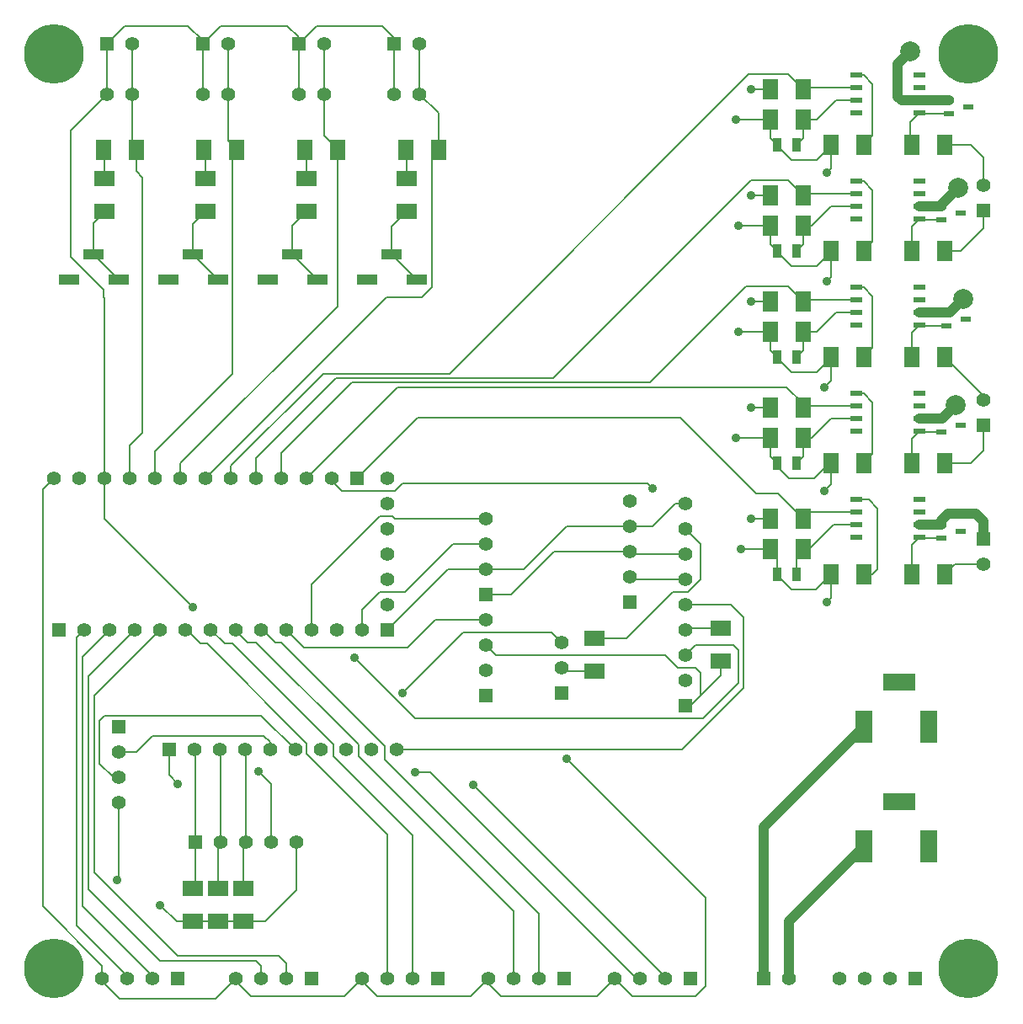
<source format=gtl>
G04 #@! TF.FileFunction,Copper,L1,Top,Signal*
%FSLAX46Y46*%
G04 Gerber Fmt 4.6, Leading zero omitted, Abs format (unit mm)*
G04 Created by KiCad (PCBNEW 4.0.6) date 04/09/17 13:57:38*
%MOMM*%
%LPD*%
G01*
G04 APERTURE LIST*
%ADD10C,0.150000*%
%ADD11R,1.397000X1.397000*%
%ADD12C,1.397000*%
%ADD13R,1.524000X2.032000*%
%ADD14R,2.032000X1.524000*%
%ADD15R,0.889000X1.397000*%
%ADD16R,1.143000X0.508000*%
%ADD17R,1.000760X0.599440*%
%ADD18C,5.999480*%
%ADD19R,1.800000X3.200000*%
%ADD20R,3.200000X1.800000*%
%ADD21R,2.000000X1.000000*%
%ADD22C,0.889000*%
%ADD23C,1.998980*%
%ADD24C,0.203200*%
%ADD25C,1.000760*%
G04 APERTURE END LIST*
D10*
D11*
X160020000Y-57150000D03*
D12*
X160020000Y-54610000D03*
D13*
X138557000Y-55626000D03*
X141859000Y-55626000D03*
X138557000Y-44958000D03*
X141859000Y-44958000D03*
X141859000Y-91186000D03*
X138557000Y-91186000D03*
X141859000Y-80010000D03*
X138557000Y-80010000D03*
X141859000Y-69342000D03*
X138557000Y-69342000D03*
X141859000Y-58674000D03*
X138557000Y-58674000D03*
X141859000Y-48006000D03*
X138557000Y-48006000D03*
X156083000Y-93726000D03*
X152781000Y-93726000D03*
X156083000Y-82550000D03*
X152781000Y-82550000D03*
X156083000Y-71882000D03*
X152781000Y-71882000D03*
X156083000Y-61214000D03*
X152781000Y-61214000D03*
X156083000Y-50546000D03*
X152781000Y-50546000D03*
D14*
X81756000Y-53975000D03*
X81756000Y-57277000D03*
D13*
X84931000Y-51054000D03*
X81629000Y-51054000D03*
D14*
X120904000Y-100203000D03*
X120904000Y-103505000D03*
D13*
X138557000Y-66294000D03*
X141859000Y-66294000D03*
X138557000Y-76962000D03*
X141859000Y-76962000D03*
X138557000Y-88138000D03*
X141859000Y-88138000D03*
X147955000Y-50546000D03*
X144653000Y-50546000D03*
X147955000Y-61214000D03*
X144653000Y-61214000D03*
X147955000Y-71882000D03*
X144653000Y-71882000D03*
X147955000Y-82550000D03*
X144653000Y-82550000D03*
X147955000Y-93726000D03*
X144653000Y-93726000D03*
X95059000Y-51054000D03*
X91757000Y-51054000D03*
D14*
X91884000Y-53975000D03*
X91884000Y-57277000D03*
D13*
X105187000Y-51054000D03*
X101885000Y-51054000D03*
D14*
X102012000Y-53975000D03*
X102012000Y-57277000D03*
D13*
X74803000Y-51054000D03*
X71501000Y-51054000D03*
D14*
X71628000Y-53975000D03*
X71628000Y-57277000D03*
X133604000Y-99187000D03*
X133604000Y-102489000D03*
X80518000Y-125349000D03*
X80518000Y-128651000D03*
X83058000Y-125349000D03*
X83058000Y-128651000D03*
X85598000Y-125349000D03*
X85598000Y-128651000D03*
D15*
X141160500Y-50546000D03*
X139255500Y-50546000D03*
X141160500Y-61214000D03*
X139255500Y-61214000D03*
X141160500Y-71882000D03*
X139255500Y-71882000D03*
X141160500Y-82550000D03*
X139255500Y-82550000D03*
X141160500Y-93726000D03*
X139255500Y-93726000D03*
D11*
X130048000Y-106934000D03*
D12*
X130048000Y-104394000D03*
X130048000Y-101854000D03*
X130048000Y-99314000D03*
X130048000Y-96774000D03*
X130048000Y-94234000D03*
X130048000Y-91694000D03*
X130048000Y-89154000D03*
X130048000Y-86614000D03*
D11*
X100076000Y-99314000D03*
D12*
X100076000Y-96774000D03*
X100076000Y-94234000D03*
X100076000Y-91694000D03*
X100076000Y-89154000D03*
X100076000Y-86614000D03*
X100076000Y-84074000D03*
D11*
X124460000Y-96520000D03*
D12*
X124460000Y-93980000D03*
X124460000Y-91440000D03*
X124460000Y-88900000D03*
X124460000Y-86360000D03*
D11*
X80772000Y-120650000D03*
D12*
X83312000Y-120650000D03*
X85852000Y-120650000D03*
X88392000Y-120650000D03*
X90932000Y-120650000D03*
D11*
X117856000Y-134366000D03*
D12*
X115316000Y-134366000D03*
X112776000Y-134366000D03*
X110236000Y-134366000D03*
D11*
X130556000Y-134366000D03*
D12*
X128016000Y-134366000D03*
X125476000Y-134366000D03*
X122936000Y-134366000D03*
D11*
X105156000Y-134366000D03*
D12*
X102616000Y-134366000D03*
X100076000Y-134366000D03*
X97536000Y-134366000D03*
D11*
X92456000Y-134366000D03*
D12*
X89916000Y-134366000D03*
X87376000Y-134366000D03*
X84836000Y-134366000D03*
D11*
X78994000Y-134366000D03*
D12*
X76454000Y-134366000D03*
X73914000Y-134366000D03*
X71374000Y-134366000D03*
D11*
X109982000Y-105918000D03*
D12*
X109982000Y-103378000D03*
X109982000Y-100838000D03*
X109982000Y-98298000D03*
D11*
X109982000Y-95758000D03*
D12*
X109982000Y-93218000D03*
X109982000Y-90678000D03*
X109982000Y-88138000D03*
D11*
X153162000Y-134366000D03*
D12*
X150622000Y-134366000D03*
X148082000Y-134366000D03*
X145542000Y-134366000D03*
D11*
X73025000Y-109093000D03*
D12*
X73025000Y-111633000D03*
X73025000Y-114173000D03*
X73025000Y-116713000D03*
D11*
X117602000Y-105664000D03*
D12*
X117602000Y-103124000D03*
X117602000Y-100584000D03*
D11*
X71882000Y-40386000D03*
D12*
X74422000Y-40386000D03*
D11*
X137922000Y-134366000D03*
D12*
X140462000Y-134366000D03*
D11*
X81502000Y-40386000D03*
D12*
X84042000Y-40386000D03*
D11*
X160020000Y-90170000D03*
D12*
X160020000Y-92710000D03*
D11*
X91122000Y-40386000D03*
D12*
X93662000Y-40386000D03*
D11*
X160020000Y-78740000D03*
D12*
X160020000Y-76200000D03*
D11*
X100742000Y-40386000D03*
D12*
X103282000Y-40386000D03*
D11*
X67056000Y-99314000D03*
D12*
X69596000Y-99314000D03*
X72136000Y-99314000D03*
X74676000Y-99314000D03*
X77216000Y-99314000D03*
X79756000Y-99314000D03*
X82296000Y-99314000D03*
X84836000Y-99314000D03*
X87376000Y-99314000D03*
X89916000Y-99314000D03*
X92456000Y-99314000D03*
X94996000Y-99314000D03*
X97536000Y-99314000D03*
D11*
X97028000Y-84074000D03*
D12*
X94488000Y-84074000D03*
X91948000Y-84074000D03*
X89408000Y-84074000D03*
X86868000Y-84074000D03*
X84328000Y-84074000D03*
X81788000Y-84074000D03*
X79248000Y-84074000D03*
X76708000Y-84074000D03*
X74168000Y-84074000D03*
X71628000Y-84074000D03*
X69088000Y-84074000D03*
X66548000Y-84074000D03*
D11*
X78105000Y-111379000D03*
D12*
X80645000Y-111379000D03*
X83185000Y-111379000D03*
X85725000Y-111379000D03*
X88265000Y-111379000D03*
X90805000Y-111379000D03*
X93345000Y-111379000D03*
X95885000Y-111379000D03*
X98425000Y-111379000D03*
X100965000Y-111379000D03*
X74422000Y-45466000D03*
X71882000Y-45466000D03*
X103282000Y-45466000D03*
X100742000Y-45466000D03*
X93662000Y-45466000D03*
X91122000Y-45466000D03*
X84042000Y-45466000D03*
X81502000Y-45466000D03*
D16*
X147193000Y-47371000D03*
X147193000Y-46101000D03*
X147193000Y-44831000D03*
X147193000Y-43561000D03*
X153543000Y-43561000D03*
X153543000Y-44831000D03*
X153543000Y-46101000D03*
X153543000Y-47371000D03*
X147193000Y-58039000D03*
X147193000Y-56769000D03*
X147193000Y-55499000D03*
X147193000Y-54229000D03*
X153543000Y-54229000D03*
X153543000Y-55499000D03*
X153543000Y-56769000D03*
X153543000Y-58039000D03*
X147193000Y-68707000D03*
X147193000Y-67437000D03*
X147193000Y-66167000D03*
X147193000Y-64897000D03*
X153543000Y-64897000D03*
X153543000Y-66167000D03*
X153543000Y-67437000D03*
X153543000Y-68707000D03*
X147193000Y-79375000D03*
X147193000Y-78105000D03*
X147193000Y-76835000D03*
X147193000Y-75565000D03*
X153543000Y-75565000D03*
X153543000Y-76835000D03*
X153543000Y-78105000D03*
X153543000Y-79375000D03*
X147193000Y-90043000D03*
X147193000Y-88773000D03*
X147193000Y-87503000D03*
X147193000Y-86233000D03*
X153543000Y-86233000D03*
X153543000Y-87503000D03*
X153543000Y-88773000D03*
X153543000Y-90043000D03*
D17*
X156530040Y-47386240D03*
X156530040Y-46085760D03*
X158429960Y-46736000D03*
X155768040Y-58054240D03*
X155768040Y-56753760D03*
X157667960Y-57404000D03*
X156276040Y-68722240D03*
X156276040Y-67421760D03*
X158175960Y-68072000D03*
X155768040Y-79390240D03*
X155768040Y-78089760D03*
X157667960Y-78740000D03*
X155768040Y-90058240D03*
X155768040Y-88757760D03*
X157667960Y-89408000D03*
D18*
X158496000Y-41402000D03*
X66548000Y-133350000D03*
X66548000Y-41402000D03*
X158496000Y-133350000D03*
D19*
X148000000Y-109100000D03*
X154500000Y-109100000D03*
D20*
X151500000Y-104600000D03*
D19*
X148000000Y-121100000D03*
X154500000Y-121100000D03*
D20*
X151500000Y-116600000D03*
D21*
X78000000Y-64100000D03*
X83000000Y-64100000D03*
X80500000Y-61600000D03*
X88000000Y-64100000D03*
X93000000Y-64100000D03*
X90500000Y-61600000D03*
X98000000Y-64100000D03*
X103000000Y-64100000D03*
X100500000Y-61600000D03*
X68000000Y-64100000D03*
X73000000Y-64100000D03*
X70500000Y-61600000D03*
D22*
X80518000Y-97028000D03*
X87122000Y-113538000D03*
X136652000Y-44958000D03*
X136652000Y-55626000D03*
X136652000Y-66294000D03*
X136652000Y-76962000D03*
X136652000Y-88138000D03*
X118110000Y-112268000D03*
X72898000Y-124460000D03*
X102870000Y-113665000D03*
X135636000Y-91186000D03*
X135128000Y-80010000D03*
X135382000Y-69342000D03*
X135128000Y-48006000D03*
X135382000Y-58674000D03*
X77216000Y-127000000D03*
X144272000Y-53340000D03*
X144272000Y-64262000D03*
X144018000Y-74930000D03*
X144018000Y-85344000D03*
X144272000Y-96520000D03*
D23*
X157226000Y-76708000D03*
X157988000Y-66040000D03*
X157480000Y-54864000D03*
X152654000Y-41148000D03*
D22*
X126746000Y-85090000D03*
X108712000Y-114935000D03*
X78994000Y-114808000D03*
X96774000Y-102108000D03*
X101600000Y-105664000D03*
D24*
X71628000Y-84074000D02*
X71628000Y-65978000D01*
X68250000Y-49098000D02*
X71882000Y-45466000D01*
X68250000Y-61850000D02*
X68250000Y-49098000D01*
X71500000Y-65100000D02*
X68250000Y-61850000D01*
X71500000Y-65850000D02*
X71500000Y-65100000D01*
X71628000Y-65978000D02*
X71500000Y-65850000D01*
X81502000Y-40386000D02*
X81502000Y-40102000D01*
X81502000Y-40102000D02*
X80000000Y-38600000D01*
X73668000Y-38600000D02*
X71882000Y-40386000D01*
X80000000Y-38600000D02*
X73668000Y-38600000D01*
X91122000Y-40386000D02*
X91122000Y-39722000D01*
X91122000Y-39722000D02*
X90000000Y-38600000D01*
X83288000Y-38600000D02*
X81502000Y-40386000D01*
X90000000Y-38600000D02*
X83288000Y-38600000D01*
X100742000Y-40386000D02*
X100742000Y-39842000D01*
X100742000Y-39842000D02*
X99500000Y-38600000D01*
X92908000Y-38600000D02*
X91122000Y-40386000D01*
X99500000Y-38600000D02*
X92908000Y-38600000D01*
X100742000Y-45466000D02*
X100742000Y-40386000D01*
X91122000Y-45466000D02*
X91122000Y-40386000D01*
X71882000Y-45466000D02*
X71882000Y-40386000D01*
X91122000Y-40386000D02*
X91122000Y-40132000D01*
X81502000Y-45466000D02*
X81502000Y-40386000D01*
X133604000Y-102489000D02*
X133604000Y-103886000D01*
X133604000Y-103886000D02*
X130556000Y-106934000D01*
X130048000Y-106934000D02*
X130556000Y-106934000D01*
X131572000Y-103632000D02*
X131064000Y-103124000D01*
X110998000Y-101854000D02*
X109982000Y-100838000D01*
X129286000Y-103124000D02*
X128016000Y-101854000D01*
X131064000Y-103124000D02*
X129286000Y-103124000D01*
X131572000Y-105918000D02*
X131572000Y-103632000D01*
X128016000Y-101854000D02*
X110998000Y-101854000D01*
X130556000Y-106934000D02*
X131572000Y-105918000D01*
X71628000Y-88138000D02*
X71628000Y-84074000D01*
X80518000Y-97028000D02*
X71628000Y-88138000D01*
X88392000Y-114808000D02*
X87122000Y-113538000D01*
X88392000Y-120650000D02*
X88392000Y-114808000D01*
X136652000Y-44958000D02*
X138557000Y-44958000D01*
X138557000Y-55626000D02*
X136652000Y-55626000D01*
X138557000Y-66294000D02*
X136652000Y-66294000D01*
X138557000Y-76962000D02*
X136652000Y-76962000D01*
X138557000Y-88138000D02*
X136652000Y-88138000D01*
X97536000Y-134620000D02*
X99060000Y-136144000D01*
X121158000Y-136144000D02*
X122936000Y-134366000D01*
X110236000Y-134874000D02*
X111506000Y-136144000D01*
X111506000Y-136144000D02*
X121158000Y-136144000D01*
X110236000Y-134366000D02*
X110236000Y-134874000D01*
X95758000Y-136144000D02*
X97536000Y-134366000D01*
X84836000Y-134366000D02*
X84836000Y-134620000D01*
X86360000Y-136144000D02*
X95758000Y-136144000D01*
X84836000Y-134620000D02*
X86360000Y-136144000D01*
X99060000Y-136144000D02*
X108458000Y-136144000D01*
X108458000Y-136144000D02*
X110236000Y-134366000D01*
X97536000Y-134366000D02*
X97536000Y-134620000D01*
X71374000Y-133096000D02*
X65405000Y-127127000D01*
X65405000Y-127127000D02*
X65405000Y-85217000D01*
X65405000Y-85217000D02*
X66548000Y-84074000D01*
X71374000Y-134366000D02*
X71374000Y-133096000D01*
X71374000Y-134620000D02*
X73152000Y-136398000D01*
X73152000Y-136398000D02*
X82804000Y-136398000D01*
X82804000Y-136398000D02*
X84836000Y-134366000D01*
X71374000Y-134366000D02*
X71374000Y-134620000D01*
X118110000Y-112268000D02*
X132080000Y-126238000D01*
X132080000Y-126238000D02*
X132080000Y-135128000D01*
X132080000Y-135128000D02*
X131064000Y-136144000D01*
X131064000Y-136144000D02*
X124714000Y-136144000D01*
X124714000Y-136144000D02*
X122936000Y-134366000D01*
X73025000Y-124333000D02*
X72898000Y-124460000D01*
X73025000Y-116713000D02*
X73025000Y-124333000D01*
X160020000Y-92710000D02*
X157099000Y-92710000D01*
X157099000Y-92710000D02*
X156083000Y-93726000D01*
X160020000Y-51816000D02*
X158750000Y-50546000D01*
X160020000Y-54610000D02*
X160020000Y-51816000D01*
X158750000Y-50546000D02*
X156083000Y-50546000D01*
X160020000Y-58928000D02*
X160020000Y-57150000D01*
X157734000Y-61214000D02*
X160020000Y-58928000D01*
X156083000Y-61214000D02*
X157734000Y-61214000D01*
X160020000Y-76200000D02*
X160020000Y-75819000D01*
X160020000Y-75819000D02*
X156083000Y-71882000D01*
X158750000Y-82550000D02*
X160020000Y-81280000D01*
X160020000Y-81280000D02*
X160020000Y-78740000D01*
X156083000Y-82550000D02*
X158750000Y-82550000D01*
D25*
X137922000Y-134366000D02*
X137922000Y-119178000D01*
X137922000Y-119178000D02*
X148000000Y-109100000D01*
D24*
X84836000Y-99314000D02*
X84836000Y-99441000D01*
X84836000Y-99441000D02*
X85979000Y-100584000D01*
X85979000Y-100584000D02*
X86868000Y-100584000D01*
X86868000Y-100584000D02*
X97155000Y-110871000D01*
X97155000Y-110871000D02*
X97155000Y-112014000D01*
X97155000Y-112014000D02*
X112776000Y-127635000D01*
X112776000Y-127635000D02*
X112776000Y-134366000D01*
D25*
X140462000Y-134366000D02*
X140462000Y-128638000D01*
X140462000Y-128638000D02*
X148000000Y-121100000D01*
D24*
X104394000Y-113665000D02*
X102870000Y-113665000D01*
X125476000Y-134366000D02*
X125095000Y-134366000D01*
X125095000Y-134366000D02*
X104394000Y-113665000D01*
X137160000Y-85598000D02*
X139319000Y-85598000D01*
X139319000Y-85598000D02*
X141859000Y-88138000D01*
X147193000Y-87503000D02*
X142494000Y-87503000D01*
X142494000Y-87503000D02*
X141859000Y-88138000D01*
X97028000Y-84074000D02*
X103124000Y-77978000D01*
X103124000Y-77978000D02*
X129540000Y-77978000D01*
X129540000Y-77978000D02*
X137160000Y-85598000D01*
X73914000Y-134112000D02*
X68834000Y-129032000D01*
X68834000Y-129032000D02*
X68834000Y-100076000D01*
X68834000Y-100076000D02*
X69596000Y-99314000D01*
X73914000Y-134366000D02*
X73914000Y-134112000D01*
X69423280Y-127127000D02*
X69423280Y-102026720D01*
X69423280Y-102026720D02*
X72136000Y-99314000D01*
X76454000Y-134366000D02*
X76454000Y-134157720D01*
X76454000Y-134157720D02*
X69423280Y-127127000D01*
X86868000Y-132588000D02*
X77216000Y-132588000D01*
X77216000Y-132588000D02*
X70012560Y-125384560D01*
X70012560Y-125384560D02*
X70012560Y-103977440D01*
X70012560Y-103977440D02*
X74676000Y-99314000D01*
X87376000Y-134366000D02*
X87376000Y-133096000D01*
X87376000Y-133096000D02*
X86868000Y-132588000D01*
X89916000Y-132842000D02*
X89154000Y-132080000D01*
X89154000Y-132080000D02*
X78994000Y-132080000D01*
X78994000Y-132080000D02*
X70612000Y-123698000D01*
X70612000Y-123698000D02*
X70612000Y-105918000D01*
X70612000Y-105918000D02*
X77216000Y-99314000D01*
X89916000Y-134366000D02*
X89916000Y-132842000D01*
X80772000Y-120650000D02*
X80772000Y-111506000D01*
X80772000Y-120650000D02*
X80772000Y-125095000D01*
X80772000Y-125095000D02*
X80518000Y-125349000D01*
X80772000Y-111506000D02*
X80645000Y-111379000D01*
X83312000Y-120650000D02*
X83312000Y-111506000D01*
X83058000Y-120904000D02*
X83312000Y-120650000D01*
X83312000Y-111506000D02*
X83185000Y-111379000D01*
X83058000Y-125349000D02*
X83058000Y-120904000D01*
X85852000Y-111506000D02*
X85725000Y-111379000D01*
X85598000Y-120904000D02*
X85852000Y-120650000D01*
X85598000Y-125349000D02*
X85598000Y-120904000D01*
X85852000Y-120650000D02*
X85852000Y-111506000D01*
X84328000Y-84074000D02*
X84328000Y-82804000D01*
X140335000Y-43434000D02*
X141859000Y-44958000D01*
X136398000Y-43434000D02*
X140335000Y-43434000D01*
X106273606Y-73558394D02*
X136398000Y-43434000D01*
X93573606Y-73558394D02*
X106273606Y-73558394D01*
X84328000Y-82804000D02*
X93573606Y-73558394D01*
X84328000Y-84074000D02*
X84328000Y-84022000D01*
X147193000Y-44831000D02*
X141986000Y-44831000D01*
X141986000Y-44831000D02*
X141859000Y-44958000D01*
X86868000Y-84074000D02*
X86868000Y-82042000D01*
X140335000Y-54102000D02*
X141859000Y-55626000D01*
X136652000Y-54102000D02*
X140335000Y-54102000D01*
X116738404Y-74015596D02*
X136652000Y-54102000D01*
X94894404Y-74015596D02*
X116738404Y-74015596D01*
X86868000Y-82042000D02*
X94894404Y-74015596D01*
X141859000Y-55626000D02*
X141859000Y-55245000D01*
X141986000Y-55499000D02*
X141859000Y-55626000D01*
X147193000Y-55499000D02*
X141986000Y-55499000D01*
X89408000Y-84074000D02*
X89408000Y-81534000D01*
X140335000Y-64770000D02*
X141859000Y-66294000D01*
X136144000Y-64770000D02*
X140335000Y-64770000D01*
X126441202Y-74472798D02*
X136144000Y-64770000D01*
X96469202Y-74472798D02*
X126441202Y-74472798D01*
X89408000Y-81534000D02*
X96469202Y-74472798D01*
X147193000Y-66167000D02*
X141986000Y-66167000D01*
X141986000Y-66167000D02*
X141859000Y-66294000D01*
X140208000Y-74930000D02*
X101092000Y-74930000D01*
X101092000Y-74930000D02*
X91948000Y-84074000D01*
X141859000Y-76962000D02*
X141859000Y-76581000D01*
X141986000Y-76835000D02*
X141859000Y-76962000D01*
X147193000Y-76835000D02*
X141986000Y-76835000D01*
X141859000Y-76581000D02*
X140208000Y-74930000D01*
X135636000Y-91186000D02*
X138557000Y-91186000D01*
X135128000Y-80010000D02*
X138557000Y-80010000D01*
X135382000Y-69342000D02*
X138557000Y-69342000D01*
X138557000Y-48006000D02*
X135128000Y-48006000D01*
X135382000Y-58674000D02*
X138557000Y-58674000D01*
X90932000Y-125476000D02*
X87757000Y-128651000D01*
X83058000Y-128651000D02*
X80518000Y-128651000D01*
X87757000Y-128651000D02*
X85598000Y-128651000D01*
X90932000Y-120650000D02*
X90932000Y-125476000D01*
X85598000Y-128651000D02*
X83058000Y-128651000D01*
X139255500Y-93789500D02*
X140716000Y-95250000D01*
X140716000Y-95250000D02*
X143129000Y-95250000D01*
X143129000Y-95250000D02*
X144653000Y-93726000D01*
X139255500Y-93726000D02*
X139255500Y-93789500D01*
X139255500Y-91884500D02*
X138557000Y-91186000D01*
X139255500Y-93726000D02*
X139255500Y-91884500D01*
X138557000Y-49847500D02*
X139255500Y-50546000D01*
X138557000Y-48006000D02*
X138557000Y-49847500D01*
X138557000Y-60515500D02*
X139255500Y-61214000D01*
X138557000Y-58674000D02*
X138557000Y-60515500D01*
X138557000Y-71183500D02*
X139255500Y-71882000D01*
X138557000Y-69342000D02*
X138557000Y-71183500D01*
X138557000Y-81851500D02*
X139255500Y-82550000D01*
X138557000Y-80010000D02*
X138557000Y-81851500D01*
X144526000Y-82550000D02*
X143002000Y-84074000D01*
X143002000Y-84074000D02*
X140462000Y-84074000D01*
X140462000Y-84074000D02*
X139255500Y-82867500D01*
X139255500Y-82867500D02*
X139255500Y-82550000D01*
X144653000Y-82550000D02*
X144526000Y-82550000D01*
X144780000Y-71882000D02*
X143256000Y-73406000D01*
X143256000Y-73406000D02*
X140716000Y-73406000D01*
X140716000Y-73406000D02*
X139255500Y-71945500D01*
X139255500Y-71945500D02*
X139255500Y-71882000D01*
X144653000Y-71882000D02*
X144780000Y-71882000D01*
X144653000Y-61341000D02*
X143256000Y-62738000D01*
X143256000Y-62738000D02*
X140716000Y-62738000D01*
X140716000Y-62738000D02*
X139255500Y-61277500D01*
X139255500Y-61277500D02*
X139255500Y-61214000D01*
X144653000Y-61214000D02*
X144653000Y-61341000D01*
X144780000Y-50546000D02*
X143256000Y-52070000D01*
X143256000Y-52070000D02*
X140716000Y-52070000D01*
X140716000Y-52070000D02*
X139255500Y-50609500D01*
X139255500Y-50609500D02*
X139255500Y-50546000D01*
X144653000Y-50546000D02*
X144780000Y-50546000D01*
X78867000Y-128651000D02*
X77216000Y-127000000D01*
X80518000Y-128651000D02*
X78867000Y-128651000D01*
X144653000Y-52959000D02*
X144272000Y-53340000D01*
X144653000Y-50546000D02*
X144653000Y-52959000D01*
X144653000Y-63881000D02*
X144272000Y-64262000D01*
X144653000Y-61214000D02*
X144653000Y-63881000D01*
X144653000Y-74295000D02*
X144018000Y-74930000D01*
X144653000Y-71882000D02*
X144653000Y-74295000D01*
X144653000Y-84709000D02*
X144018000Y-85344000D01*
X144653000Y-82550000D02*
X144653000Y-84709000D01*
X144653000Y-96139000D02*
X144272000Y-96520000D01*
X144653000Y-93726000D02*
X144653000Y-96139000D01*
D25*
X153543000Y-46101000D02*
X156514800Y-46101000D01*
X156514800Y-46101000D02*
X156530040Y-46085760D01*
X153543000Y-56769000D02*
X155752800Y-56769000D01*
X155752800Y-56769000D02*
X155768040Y-56753760D01*
X153543000Y-67437000D02*
X156260800Y-67437000D01*
X156260800Y-67437000D02*
X156276040Y-67421760D01*
X153543000Y-78105000D02*
X155752800Y-78105000D01*
X155752800Y-78105000D02*
X155768040Y-78089760D01*
X155768040Y-88757760D02*
X153558240Y-88757760D01*
X153558240Y-88757760D02*
X153543000Y-88773000D01*
X157226000Y-76708000D02*
X155844240Y-78089760D01*
X155844240Y-78089760D02*
X155768040Y-78089760D01*
X157988000Y-66040000D02*
X156606240Y-67421760D01*
X156606240Y-67421760D02*
X156276040Y-67421760D01*
X157480000Y-54864000D02*
X155768040Y-56575960D01*
X155768040Y-56575960D02*
X155768040Y-56753760D01*
X151384000Y-45720000D02*
X151765000Y-46101000D01*
X151384000Y-42418000D02*
X151384000Y-45720000D01*
X152654000Y-41148000D02*
X151384000Y-42418000D01*
X151765000Y-46101000D02*
X153543000Y-46101000D01*
X155768040Y-88757760D02*
X155768040Y-88325960D01*
X160020000Y-88392000D02*
X160020000Y-90170000D01*
X159258000Y-87630000D02*
X160020000Y-88392000D01*
X156464000Y-87630000D02*
X159258000Y-87630000D01*
X155768040Y-88325960D02*
X156464000Y-87630000D01*
D24*
X151765000Y-46101000D02*
X153543000Y-46101000D01*
X153558240Y-46085760D02*
X153543000Y-46101000D01*
X153558240Y-56753760D02*
X153543000Y-56769000D01*
X153558240Y-67421760D02*
X153543000Y-67437000D01*
X153558240Y-88757760D02*
X153543000Y-88773000D01*
X153558240Y-78089760D02*
X153543000Y-78105000D01*
X155768040Y-78089760D02*
X153558240Y-78089760D01*
X155768040Y-88757760D02*
X155844240Y-88757760D01*
X156352240Y-67421760D02*
X156276040Y-67421760D01*
X156530040Y-46040040D02*
X156530040Y-46085760D01*
X99314000Y-87884000D02*
X92456000Y-94742000D01*
X92456000Y-94742000D02*
X92456000Y-99314000D01*
X109982000Y-88138000D02*
X100838000Y-88138000D01*
X100838000Y-88138000D02*
X100584000Y-87884000D01*
X100584000Y-87884000D02*
X99314000Y-87884000D01*
X102108000Y-101092000D02*
X91694000Y-101092000D01*
X91694000Y-101092000D02*
X89916000Y-99314000D01*
X109982000Y-98298000D02*
X104902000Y-98298000D01*
X104902000Y-98298000D02*
X102108000Y-101092000D01*
X76454000Y-109982000D02*
X74803000Y-111633000D01*
X88265000Y-111379000D02*
X88265000Y-110617000D01*
X87630000Y-109982000D02*
X76454000Y-109982000D01*
X88265000Y-110617000D02*
X87630000Y-109982000D01*
X74803000Y-111633000D02*
X73025000Y-111633000D01*
X94488000Y-84328000D02*
X95504000Y-85344000D01*
X95504000Y-85344000D02*
X100838000Y-85344000D01*
X100838000Y-85344000D02*
X101600000Y-84582000D01*
X101600000Y-84582000D02*
X126238000Y-84582000D01*
X126238000Y-84582000D02*
X126746000Y-85090000D01*
X94488000Y-84074000D02*
X94488000Y-84328000D01*
X78994000Y-114808000D02*
X78105000Y-113919000D01*
X78105000Y-113919000D02*
X78105000Y-111379000D01*
X128016000Y-134366000D02*
X128016000Y-134239000D01*
X128016000Y-134239000D02*
X108712000Y-114935000D01*
X89408000Y-100584000D02*
X99822000Y-110998000D01*
X99822000Y-110998000D02*
X99822000Y-112395000D01*
X99822000Y-112395000D02*
X115316000Y-127889000D01*
X115316000Y-127889000D02*
X115316000Y-134366000D01*
X87376000Y-99314000D02*
X87503000Y-99314000D01*
X87503000Y-99314000D02*
X88773000Y-100584000D01*
X88773000Y-100584000D02*
X89408000Y-100584000D01*
X126746000Y-88900000D02*
X124460000Y-88900000D01*
X130048000Y-86614000D02*
X129032000Y-86614000D01*
X113792000Y-93218000D02*
X109982000Y-93218000D01*
X129032000Y-86614000D02*
X126746000Y-88900000D01*
X106172000Y-93218000D02*
X100076000Y-99314000D01*
X109982000Y-93218000D02*
X106172000Y-93218000D01*
X124460000Y-88900000D02*
X118110000Y-88900000D01*
X118110000Y-88900000D02*
X113792000Y-93218000D01*
X130048000Y-94234000D02*
X124714000Y-94234000D01*
X124714000Y-94234000D02*
X124460000Y-93980000D01*
X106680000Y-90678000D02*
X101854000Y-95504000D01*
X101854000Y-95504000D02*
X99314000Y-95504000D01*
X99314000Y-95504000D02*
X97536000Y-97282000D01*
X97536000Y-97282000D02*
X97536000Y-99314000D01*
X109982000Y-90678000D02*
X106680000Y-90678000D01*
X116840000Y-91440000D02*
X112522000Y-95758000D01*
X124714000Y-91694000D02*
X124460000Y-91440000D01*
X112522000Y-95758000D02*
X109982000Y-95758000D01*
X130048000Y-91694000D02*
X124714000Y-91694000D01*
X124460000Y-91440000D02*
X116840000Y-91440000D01*
X74422000Y-45466000D02*
X74422000Y-40386000D01*
X74422000Y-50673000D02*
X74803000Y-51054000D01*
X74422000Y-45466000D02*
X74422000Y-50673000D01*
X74803000Y-53213000D02*
X75438000Y-53848000D01*
X75438000Y-53848000D02*
X75438000Y-79502000D01*
X75438000Y-79502000D02*
X74168000Y-80772000D01*
X74168000Y-80772000D02*
X74168000Y-84074000D01*
X74803000Y-51054000D02*
X74803000Y-53213000D01*
X79248000Y-84074000D02*
X79248000Y-82602000D01*
X95059000Y-66791000D02*
X95059000Y-51054000D01*
X79248000Y-82602000D02*
X95059000Y-66791000D01*
X93662000Y-49657000D02*
X95059000Y-51054000D01*
X93662000Y-45466000D02*
X93662000Y-49657000D01*
X93662000Y-45466000D02*
X93662000Y-40386000D01*
X131064000Y-100838000D02*
X130048000Y-101854000D01*
X131826000Y-108204000D02*
X135382000Y-104648000D01*
X135382000Y-104648000D02*
X135382000Y-101346000D01*
X135382000Y-101346000D02*
X134874000Y-100838000D01*
X134874000Y-100838000D02*
X131064000Y-100838000D01*
X96774000Y-102108000D02*
X102870000Y-108204000D01*
X102870000Y-108204000D02*
X131826000Y-108204000D01*
X135890000Y-98044000D02*
X135890000Y-105156000D01*
X135890000Y-105156000D02*
X129667000Y-111379000D01*
X129667000Y-111379000D02*
X100965000Y-111379000D01*
X130048000Y-96774000D02*
X134620000Y-96774000D01*
X134620000Y-96774000D02*
X135890000Y-98044000D01*
X107696000Y-99568000D02*
X116586000Y-99568000D01*
X116586000Y-99568000D02*
X117602000Y-100584000D01*
X101600000Y-105664000D02*
X107696000Y-99568000D01*
X81788000Y-84074000D02*
X81788000Y-84062000D01*
X81788000Y-84062000D02*
X100000000Y-65850000D01*
X100000000Y-65850000D02*
X103500000Y-65850000D01*
X103500000Y-65850000D02*
X104500000Y-64850000D01*
X104500000Y-64850000D02*
X104500000Y-51741000D01*
X104500000Y-51741000D02*
X105187000Y-51054000D01*
X105187000Y-51054000D02*
X105187000Y-47371000D01*
X103282000Y-45466000D02*
X103282000Y-40386000D01*
X105187000Y-47371000D02*
X103282000Y-45466000D01*
X76708000Y-84074000D02*
X76708000Y-81392000D01*
X84500000Y-73600000D02*
X84500000Y-51485000D01*
X76708000Y-81392000D02*
X84500000Y-73600000D01*
X84500000Y-51485000D02*
X84931000Y-51054000D01*
X84042000Y-45466000D02*
X84042000Y-40386000D01*
X84042000Y-45466000D02*
X84042000Y-50165000D01*
X84042000Y-50165000D02*
X84931000Y-51054000D01*
X71628000Y-107950000D02*
X87376000Y-107950000D01*
X87376000Y-107950000D02*
X90805000Y-111379000D01*
X73025000Y-114173000D02*
X72517000Y-114173000D01*
X72517000Y-114173000D02*
X71120000Y-112776000D01*
X71120000Y-112776000D02*
X71120000Y-108458000D01*
X71120000Y-108458000D02*
X71628000Y-107950000D01*
X79883000Y-99314000D02*
X81280000Y-100711000D01*
X81280000Y-100711000D02*
X81915000Y-100711000D01*
X81915000Y-100711000D02*
X91948000Y-110744000D01*
X91948000Y-110744000D02*
X91948000Y-111760000D01*
X91948000Y-111760000D02*
X100076000Y-119888000D01*
X100076000Y-119888000D02*
X100076000Y-134366000D01*
X79756000Y-99314000D02*
X79883000Y-99314000D01*
X102616000Y-120015000D02*
X102616000Y-134366000D01*
X82296000Y-99314000D02*
X83693000Y-100711000D01*
X83693000Y-100711000D02*
X84455000Y-100711000D01*
X84455000Y-100711000D02*
X94615000Y-110871000D01*
X94615000Y-110871000D02*
X94615000Y-112014000D01*
X94615000Y-112014000D02*
X102616000Y-120015000D01*
X145161000Y-46101000D02*
X143256000Y-48006000D01*
X143256000Y-48006000D02*
X141859000Y-48006000D01*
X147193000Y-46101000D02*
X145161000Y-46101000D01*
X141859000Y-49847500D02*
X141160500Y-50546000D01*
X141859000Y-48006000D02*
X141859000Y-49847500D01*
X141859000Y-60515500D02*
X141160500Y-61214000D01*
X141859000Y-58674000D02*
X141859000Y-60515500D01*
X144653000Y-56769000D02*
X142748000Y-58674000D01*
X142748000Y-58674000D02*
X141859000Y-58674000D01*
X147193000Y-56769000D02*
X144653000Y-56769000D01*
X143256000Y-69342000D02*
X141859000Y-69342000D01*
X147193000Y-67437000D02*
X145161000Y-67437000D01*
X141859000Y-71183500D02*
X141160500Y-71882000D01*
X141859000Y-69342000D02*
X141859000Y-71183500D01*
X145161000Y-67437000D02*
X143256000Y-69342000D01*
X141859000Y-80010000D02*
X141859000Y-81851500D01*
X144653000Y-78105000D02*
X142748000Y-80010000D01*
X142748000Y-80010000D02*
X141859000Y-80010000D01*
X147193000Y-78105000D02*
X144653000Y-78105000D01*
X141859000Y-81851500D02*
X141160500Y-82550000D01*
X141160500Y-93726000D02*
X141160500Y-91884500D01*
X144907000Y-88773000D02*
X147193000Y-88773000D01*
X141859000Y-91186000D02*
X142494000Y-91186000D01*
X142494000Y-91186000D02*
X144907000Y-88773000D01*
X141160500Y-91884500D02*
X141859000Y-91186000D01*
X152654000Y-48260000D02*
X152654000Y-50419000D01*
X152654000Y-50419000D02*
X152781000Y-50546000D01*
X153543000Y-47371000D02*
X152654000Y-48260000D01*
X153558240Y-47386240D02*
X153543000Y-47371000D01*
X156530040Y-47386240D02*
X153558240Y-47386240D01*
X152781000Y-58801000D02*
X153543000Y-58039000D01*
X153558240Y-58054240D02*
X153543000Y-58039000D01*
X155768040Y-58054240D02*
X153558240Y-58054240D01*
X152781000Y-61214000D02*
X152781000Y-58801000D01*
X152781000Y-71882000D02*
X152781000Y-69469000D01*
X152781000Y-69469000D02*
X153543000Y-68707000D01*
X153558240Y-68722240D02*
X153543000Y-68707000D01*
X156276040Y-68722240D02*
X153558240Y-68722240D01*
X152781000Y-82550000D02*
X152781000Y-80137000D01*
X153558240Y-79390240D02*
X153543000Y-79375000D01*
X155768040Y-79390240D02*
X153558240Y-79390240D01*
X152781000Y-80137000D02*
X153543000Y-79375000D01*
X152781000Y-93726000D02*
X152781000Y-90805000D01*
X153558240Y-90058240D02*
X153543000Y-90043000D01*
X155768040Y-90058240D02*
X153558240Y-90058240D01*
X152781000Y-90805000D02*
X153543000Y-90043000D01*
X133604000Y-99187000D02*
X130175000Y-99187000D01*
X130175000Y-99187000D02*
X130048000Y-99314000D01*
X130302000Y-95504000D02*
X131572000Y-94234000D01*
X131572000Y-94234000D02*
X131572000Y-90678000D01*
X131572000Y-90678000D02*
X130048000Y-89154000D01*
X120904000Y-100203000D02*
X124079000Y-100203000D01*
X124079000Y-100203000D02*
X128778000Y-95504000D01*
X128778000Y-95504000D02*
X130302000Y-95504000D01*
X117983000Y-103505000D02*
X117602000Y-103124000D01*
X120904000Y-103505000D02*
X117983000Y-103505000D01*
X81756000Y-51181000D02*
X81629000Y-51054000D01*
X81756000Y-53975000D02*
X81756000Y-51181000D01*
X80500000Y-61600000D02*
X80500000Y-58533000D01*
X80500000Y-58533000D02*
X81756000Y-57277000D01*
X83000000Y-64100000D02*
X80500000Y-61600000D01*
X148844000Y-44450000D02*
X148844000Y-49657000D01*
X148844000Y-49657000D02*
X147955000Y-50546000D01*
X147193000Y-43561000D02*
X147955000Y-43561000D01*
X147955000Y-43561000D02*
X148844000Y-44450000D01*
X148844000Y-55118000D02*
X148844000Y-60325000D01*
X148844000Y-60325000D02*
X147955000Y-61214000D01*
X147193000Y-54229000D02*
X147955000Y-54229000D01*
X147955000Y-54229000D02*
X148844000Y-55118000D01*
X147193000Y-64897000D02*
X147955000Y-64897000D01*
X147955000Y-64897000D02*
X148844000Y-65786000D01*
X148844000Y-65786000D02*
X148844000Y-70993000D01*
X148844000Y-70993000D02*
X147955000Y-71882000D01*
X148844000Y-81661000D02*
X147955000Y-82550000D01*
X147193000Y-75565000D02*
X147955000Y-75565000D01*
X147955000Y-75565000D02*
X148844000Y-76454000D01*
X148844000Y-76454000D02*
X148844000Y-81661000D01*
X149352000Y-87122000D02*
X148463000Y-86233000D01*
X148463000Y-86233000D02*
X147193000Y-86233000D01*
X147955000Y-93726000D02*
X148844000Y-93726000D01*
X148844000Y-93726000D02*
X149352000Y-93218000D01*
X149352000Y-93218000D02*
X149352000Y-87122000D01*
X91884000Y-51181000D02*
X91757000Y-51054000D01*
X91884000Y-53975000D02*
X91884000Y-51181000D01*
X90500000Y-61600000D02*
X90500000Y-58661000D01*
X90500000Y-58661000D02*
X91884000Y-57277000D01*
X93000000Y-64100000D02*
X90500000Y-61600000D01*
X102012000Y-51181000D02*
X101885000Y-51054000D01*
X102012000Y-53975000D02*
X102012000Y-51181000D01*
X100500000Y-61600000D02*
X100500000Y-58789000D01*
X100500000Y-58789000D02*
X102012000Y-57277000D01*
X103000000Y-64100000D02*
X100500000Y-61600000D01*
X71628000Y-51181000D02*
X71501000Y-51054000D01*
X71628000Y-53975000D02*
X71628000Y-51181000D01*
X70500000Y-61600000D02*
X70500000Y-58405000D01*
X70500000Y-58405000D02*
X71628000Y-57277000D01*
X73000000Y-64100000D02*
X70500000Y-61600000D01*
M02*

</source>
